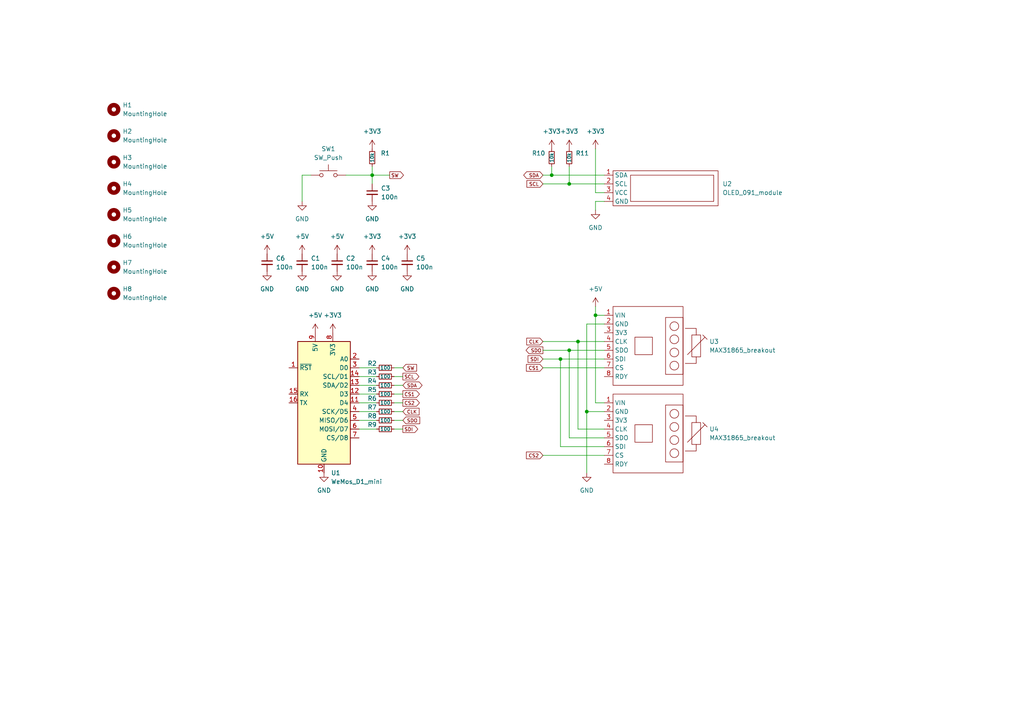
<source format=kicad_sch>
(kicad_sch (version 20211123) (generator eeschema)
  (paper "A4")
  (lib_symbols
    (symbol "Device:C_Small" (pin_numbers hide) (pin_names (offset 0.254) hide)
      (property "Reference" "C" (at 0.254 1.778 0))
      (property "Value" "C_Small" (at 0.254 -2.032 0))
      (symbol "C_Small_0_1"
        (polyline (pts (xy -1.524 -0.508) (xy 1.524 -0.508)) (stroke (width 0.3302)))
        (polyline (pts (xy -1.524 0.508) (xy 1.524 0.508)) (stroke (width 0.3048)))
      )
      (symbol "C_Small_1_1"
        (pin passive line (at 0 2.54 270) (length 2.032) (name "~") (number "1"))
        (pin passive line (at 0 -2.54 90) (length 2.032) (name "~") (number "2"))
      )
    )
    (symbol "Device:R_Small" (pin_numbers hide) (pin_names (offset 0.254) hide)
      (property "Reference" "R" (at 0.762 0.508 0))
      (property "Value" "R_Small" (at 0.762 -1.016 0))
      (symbol "R_Small_0_1"
        (rectangle (start -0.762 1.778) (end 0.762 -1.778) (stroke (width 0.2032)))
      )
      (symbol "R_Small_1_1"
        (pin passive line (at 0 2.54 270) (length 0.762) (name "~") (number "1"))
        (pin passive line (at 0 -2.54 90) (length 0.762) (name "~") (number "2"))
      )
    )
    (symbol "MCU_Module:WeMos_D1_mini"
      (property "Reference" "U" (at 3.81 19.05 0))
      (property "Value" "WeMos_D1_mini" (at 1.27 -19.05 0))
      (symbol "WeMos_D1_mini_1_1"
        (rectangle (start -7.62 17.78) (end 7.62 -17.78) (stroke (width 0.254)) (fill (type background)))
        (pin input line (at -10.16 10.16 0) (length 2.54) (name "~{RST}") (number "1"))
        (pin power_in line (at 0 -20.32 90) (length 2.54) (name "GND") (number "10"))
        (pin bidirectional line (at 10.16 0 180) (length 2.54) (name "D4") (number "11"))
        (pin bidirectional line (at 10.16 2.54 180) (length 2.54) (name "D3") (number "12"))
        (pin bidirectional line (at 10.16 5.08 180) (length 2.54) (name "SDA/D2") (number "13"))
        (pin bidirectional line (at 10.16 7.62 180) (length 2.54) (name "SCL/D1") (number "14"))
        (pin input line (at -10.16 2.54 0) (length 2.54) (name "RX") (number "15"))
        (pin output line (at -10.16 0 0) (length 2.54) (name "TX") (number "16"))
        (pin input line (at 10.16 12.7 180) (length 2.54) (name "A0") (number "2"))
        (pin bidirectional line (at 10.16 10.16 180) (length 2.54) (name "D0") (number "3"))
        (pin bidirectional line (at 10.16 -2.54 180) (length 2.54) (name "SCK/D5") (number "4"))
        (pin bidirectional line (at 10.16 -5.08 180) (length 2.54) (name "MISO/D6") (number "5"))
        (pin bidirectional line (at 10.16 -7.62 180) (length 2.54) (name "MOSI/D7") (number "6"))
        (pin bidirectional line (at 10.16 -10.16 180) (length 2.54) (name "CS/D8") (number "7"))
        (pin power_out line (at 2.54 20.32 270) (length 2.54) (name "3V3") (number "8"))
        (pin power_in line (at -2.54 20.32 270) (length 2.54) (name "5V") (number "9"))
      )
    )
    (symbol "Mechanical:MountingHole" (pin_names (offset 1.016))
      (property "Reference" "H" (at 0 5.08 0))
      (property "Value" "MountingHole" (at 0 3.175 0))
      (symbol "MountingHole_0_1"
        (circle (center 0 0) (radius 1.27) (stroke (width 1.27)))
      )
    )
    (symbol "Switch:SW_Push" (pin_numbers hide) (pin_names (offset 1.016) hide)
      (property "Reference" "SW" (at 1.27 2.54 0))
      (property "Value" "SW_Push" (at 0 -1.524 0))
      (symbol "SW_Push_0_1"
        (circle (center -2.032 0) (radius 0.508))
        (polyline (pts (xy 0 1.27) (xy 0 3.048)))
        (polyline (pts (xy 2.54 1.27) (xy -2.54 1.27)))
        (circle (center 2.032 0) (radius 0.508))
        (pin passive line (at -5.08 0 0) (length 2.54) (name "1") (number "1"))
        (pin passive line (at 5.08 0 180) (length 2.54) (name "2") (number "2"))
      )
    )
    (symbol "myModules:MAX31865_breakout"
      (property "Reference" "U" (at 0 11.43 0))
      (property "Value" "MAX31865_breakout" (at 0 -13.97 0))
      (symbol "MAX31865_breakout_0_1"
        (rectangle (start -10.16 10.16) (end 10.16 -12.7))
        (rectangle (start -3.81 1.27) (end 1.27 -3.81))
        (polyline (pts (xy 11.43 -3.81) (xy 16.51 1.27)))
        (polyline (pts (xy 15.875 1.905) (xy 17.145 0.635)))
        (polyline (pts (xy 10.795 3.81) (xy 13.97 3.81) (xy 13.97 1.905)))
        (polyline (pts (xy 13.97 -4.445) (xy 13.97 -6.35) (xy 10.795 -6.35)))
        (rectangle (start 5.08 6.985) (end 10.16 -9.525))
        (circle (center 7.62 -6.985) (radius 1.27))
        (circle (center 7.62 -3.175) (radius 1.27))
        (circle (center 7.62 0.635) (radius 1.27))
        (circle (center 7.62 4.445) (radius 1.27))
        (rectangle (start 12.7 1.905) (end 15.24 -4.445))
      )
      (symbol "MAX31865_breakout_1_1"
        (pin power_in line (at -12.7 7.62 0) (length 2.54) (name "VIN") (number "1"))
        (pin power_in line (at -12.7 5.08 0) (length 2.54) (name "GND") (number "2"))
        (pin power_out line (at -12.7 2.54 0) (length 2.54) (name "3V3") (number "3"))
        (pin input line (at -12.7 0 0) (length 2.54) (name "CLK") (number "4"))
        (pin output line (at -12.7 -2.54 0) (length 2.54) (name "SDO") (number "5"))
        (pin input line (at -12.7 -5.08 0) (length 2.54) (name "SDI") (number "6"))
        (pin input line (at -12.7 -7.62 0) (length 2.54) (name "CS") (number "7"))
        (pin output line (at -12.7 -10.16 0) (length 2.54) (name "RDY") (number "8"))
      )
    )
    (symbol "myModules:OLED_091_module"
      (property "Reference" "U" (at 15.24 6.35 0))
      (property "Value" "OLED_091_module" (at 15.24 -6.35 0))
      (symbol "OLED_091_module_0_1"
        (rectangle (start 0 5.08) (end 30.48 -5.08))
        (rectangle (start 5.08 3.81) (end 29.21 -3.81))
      )
      (symbol "OLED_091_module_1_1"
        (pin bidirectional line (at -2.54 3.81 0) (length 2.54) (name "SDA") (number "1"))
        (pin output line (at -2.54 1.27 0) (length 2.54) (name "SCL") (number "2"))
        (pin power_in line (at -2.54 -1.27 0) (length 2.54) (name "VCC") (number "3"))
        (pin power_in line (at -2.54 -3.81 0) (length 2.54) (name "GND") (number "4"))
      )
    )
    (symbol "power:+3V3" (power) (pin_names (offset 0))
      (property "Value" "+3V3" (at 0 3.556 0))
      (symbol "+3V3_0_1"
        (polyline (pts (xy -0.762 1.27) (xy 0 2.54)))
        (polyline (pts (xy 0 0) (xy 0 2.54)))
        (polyline (pts (xy 0 2.54) (xy 0.762 1.27)))
      )
      (symbol "+3V3_1_1"
        (pin power_in line (at 0 0 90) (length 0) hide (name "+3V3") (number "1"))
      )
    )
    (symbol "power:+5V" (power) (pin_names (offset 0))
      (property "Value" "+5V" (at 0 3.556 0))
      (symbol "+5V_0_1"
        (polyline (pts (xy -0.762 1.27) (xy 0 2.54)))
        (polyline (pts (xy 0 0) (xy 0 2.54)))
        (polyline (pts (xy 0 2.54) (xy 0.762 1.27)))
      )
      (symbol "+5V_1_1"
        (pin power_in line (at 0 0 90) (length 0) hide (name "+5V") (number "1"))
      )
    )
    (symbol "power:GND" (power) (pin_names (offset 0))
      (property "Value" "GND" (at 0 -3.81 0))
      (symbol "GND_0_1"
        (polyline (pts (xy 0 0) (xy 0 -1.27) (xy 1.27 -1.27) (xy 0 -2.54) (xy -1.27 -1.27) (xy 0 -1.27)))
      )
      (symbol "GND_1_1"
        (pin power_in line (at 0 0 270) (length 0) hide (name "GND") (number "1"))
      )
    )
  )
  (junction (at 170.18 119.38))
  (junction (at 167.64 99.06))
  (junction (at 165.1 53.34))
  (junction (at 172.72 91.44))
  (junction (at 160.02 50.8))
  (junction (at 107.95 50.8))
  (junction (at 165.1 101.6))
  (junction (at 162.56 104.14))
  (wire (pts (xy 114.3 114.3) (xy 116.84 114.3)))
  (wire (pts (xy 165.1 101.6) (xy 175.26 101.6)))
  (wire (pts (xy 175.26 127) (xy 165.1 127)))
  (wire (pts (xy 114.3 109.22) (xy 116.84 109.22)))
  (wire (pts (xy 165.1 48.26) (xy 165.1 53.34)))
  (wire (pts (xy 167.64 99.06) (xy 167.64 124.46)))
  (wire (pts (xy 104.14 109.22) (xy 109.22 109.22)))
  (wire (pts (xy 114.3 121.92) (xy 116.84 121.92)))
  (wire (pts (xy 107.95 50.8) (xy 107.95 53.34)))
  (wire (pts (xy 170.18 93.98) (xy 170.18 119.38)))
  (wire (pts (xy 157.48 106.68) (xy 175.26 106.68)))
  (wire (pts (xy 87.63 50.8) (xy 87.63 58.42)))
  (wire (pts (xy 167.64 124.46) (xy 175.26 124.46)))
  (wire (pts (xy 170.18 119.38) (xy 170.18 137.16)))
  (wire (pts (xy 114.3 106.68) (xy 116.84 106.68)))
  (wire (pts (xy 165.1 53.34) (xy 175.26 53.34)))
  (wire (pts (xy 157.48 132.08) (xy 175.26 132.08)))
  (wire (pts (xy 175.26 104.14) (xy 162.56 104.14)))
  (wire (pts (xy 107.95 48.26) (xy 107.95 50.8)))
  (wire (pts (xy 172.72 116.84) (xy 175.26 116.84)))
  (wire (pts (xy 175.26 93.98) (xy 170.18 93.98)))
  (wire (pts (xy 157.48 50.8) (xy 160.02 50.8)))
  (wire (pts (xy 172.72 43.18) (xy 172.72 55.88)))
  (wire (pts (xy 157.48 99.06) (xy 167.64 99.06)))
  (wire (pts (xy 114.3 116.84) (xy 116.84 116.84)))
  (wire (pts (xy 107.95 50.8) (xy 113.03 50.8)))
  (wire (pts (xy 90.17 50.8) (xy 87.63 50.8)))
  (wire (pts (xy 104.14 121.92) (xy 109.22 121.92)))
  (wire (pts (xy 157.48 53.34) (xy 165.1 53.34)))
  (wire (pts (xy 175.26 99.06) (xy 167.64 99.06)))
  (wire (pts (xy 162.56 129.54) (xy 175.26 129.54)))
  (wire (pts (xy 114.3 119.38) (xy 116.84 119.38)))
  (wire (pts (xy 114.3 124.46) (xy 116.84 124.46)))
  (wire (pts (xy 104.14 124.46) (xy 109.22 124.46)))
  (wire (pts (xy 175.26 55.88) (xy 172.72 55.88)))
  (wire (pts (xy 104.14 116.84) (xy 109.22 116.84)))
  (wire (pts (xy 172.72 88.9) (xy 172.72 91.44)))
  (wire (pts (xy 157.48 101.6) (xy 165.1 101.6)))
  (wire (pts (xy 104.14 119.38) (xy 109.22 119.38)))
  (wire (pts (xy 104.14 111.76) (xy 109.22 111.76)))
  (wire (pts (xy 172.72 91.44) (xy 172.72 116.84)))
  (wire (pts (xy 160.02 50.8) (xy 175.26 50.8)))
  (wire (pts (xy 175.26 91.44) (xy 172.72 91.44)))
  (wire (pts (xy 160.02 48.26) (xy 160.02 50.8)))
  (wire (pts (xy 114.3 111.76) (xy 116.84 111.76)))
  (wire (pts (xy 165.1 127) (xy 165.1 101.6)))
  (wire (pts (xy 104.14 106.68) (xy 109.22 106.68)))
  (wire (pts (xy 107.95 50.8) (xy 100.33 50.8)))
  (wire (pts (xy 175.26 58.42) (xy 172.72 58.42)))
  (wire (pts (xy 170.18 119.38) (xy 175.26 119.38)))
  (wire (pts (xy 104.14 114.3) (xy 109.22 114.3)))
  (wire (pts (xy 162.56 104.14) (xy 162.56 129.54)))
  (wire (pts (xy 172.72 58.42) (xy 172.72 60.96)))
  (wire (pts (xy 157.48 104.14) (xy 162.56 104.14)))
  (global_label "CS1" (shape input) (at 157.48 106.68 180) (effects (font (size 1 1))) (property "Reference mezi listy" "${INTERSHEET_REFS}" (effects hide)))
  (global_label "CS1" (shape output) (at 116.84 114.3 0) (effects (font (size 1 1))) (property "Reference mezi listy" "${INTERSHEET_REFS}" (effects hide)))
  (global_label "CLK" (shape input) (at 157.48 99.06 180) (effects (font (size 1 1))) (property "Reference mezi listy" "${INTERSHEET_REFS}" (effects hide)))
  (global_label "CS2" (shape output) (at 116.84 116.84 0) (effects (font (size 1 1))) (property "Reference mezi listy" "${INTERSHEET_REFS}" (effects hide)))
  (global_label "SDO" (shape output) (at 157.48 101.6 180) (effects (font (size 1 1))) (property "Reference mezi listy" "${INTERSHEET_REFS}" (effects hide)))
  (global_label "SCL" (shape output) (at 116.84 109.22 0) (effects (font (size 1 1))) (property "Reference mezi listy" "${INTERSHEET_REFS}" (effects hide)))
  (global_label "SDI" (shape input) (at 157.48 104.14 180) (effects (font (size 1 1))) (property "Reference mezi listy" "${INTERSHEET_REFS}" (effects hide)))
  (global_label "SW" (shape input) (at 116.84 106.68 0) (effects (font (size 1 1))) (property "Reference mezi listy" "${INTERSHEET_REFS}" (effects hide)))
  (global_label "CLK" (shape input) (at 116.84 119.38 0) (effects (font (size 1 1))) (property "Reference mezi listy" "${INTERSHEET_REFS}" (effects hide)))
  (global_label "SDA" (shape bidirectional) (at 157.48 50.8 180) (effects (font (size 1 1))) (property "Reference mezi listy" "${INTERSHEET_REFS}" (effects hide)))
  (global_label "SDI" (shape output) (at 116.84 124.46 0) (effects (font (size 1 1))) (property "Reference mezi listy" "${INTERSHEET_REFS}" (effects hide)))
  (global_label "SW" (shape output) (at 113.03 50.8 0) (effects (font (size 1 1))) (property "Reference mezi listy" "${INTERSHEET_REFS}" (effects hide)))
  (global_label "SDA" (shape bidirectional) (at 116.84 111.76 0) (effects (font (size 1 1))) (property "Reference mezi listy" "${INTERSHEET_REFS}" (effects hide)))
  (global_label "SCL" (shape input) (at 157.48 53.34 180) (effects (font (size 1 1))) (property "Reference mezi listy" "${INTERSHEET_REFS}" (effects hide)))
  (global_label "CS2" (shape input) (at 157.48 132.08 180) (effects (font (size 1 1))) (property "Reference mezi listy" "${INTERSHEET_REFS}" (effects hide)))
  (global_label "SDO" (shape input) (at 116.84 121.92 0) (effects (font (size 1 1))) (property "Reference mezi listy" "${INTERSHEET_REFS}" (effects hide)))
  (symbol (lib_id "power:GND") (at 97.79 78.74 0) (unit 1)
    (property "Reference" "#PWR0115" (effects hide))
    (property "Value" "GND" (at 97.79 83.82 0))
  )
  (symbol (lib_id "Switch:SW_Push") (at 95.25 50.8 0) (unit 1)
    (property "Reference" "SW1" (at 95.25 43.18 0))
    (property "Value" "SW_Push" (at 95.25 45.72 0))
    (property "Footprint" "Button_Switch_SMD:SW_Push_1P1T_NO_CK_KSC6xxJ" (effects hide))
  )
  (symbol (lib_id "power:+3V3") (at 96.52 96.52 0) (unit 1)
    (property "Reference" "#PWR0109" (effects hide))
    (property "Value" "+3V3" (at 96.52 91.44 0))
  )
  (symbol (lib_id "Device:C_Small") (at 97.79 76.2 0) (unit 1)
    (property "Reference" "C2" (at 100.33 74.9362 0) (effects (justify left)))
    (property "Value" "100n" (at 100.33 77.4762 0) (effects (justify left)))
    (property "Footprint" "Capacitor_SMD:C_0603_1608Metric" (effects hide))
  )
  (symbol (lib_id "power:GND") (at 172.72 60.96 0) (unit 1)
    (property "Reference" "#PWR0102" (effects hide))
    (property "Value" "GND" (at 172.72 66.04 0))
  )
  (symbol (lib_id "power:+3V3") (at 118.11 73.66 0) (unit 1)
    (property "Reference" "#PWR0120" (effects hide))
    (property "Value" "+3V3" (at 118.11 68.58 0))
  )
  (symbol (lib_id "Device:R_Small") (at 111.76 114.3 90) (unit 1)
    (property "Reference" "R5" (at 107.95 113.03 90))
    (property "Value" "100" (at 111.76 114.3 90) (effects (font (size 1 1))))
    (property "Footprint" "Resistor_SMD:R_0603_1608Metric" (effects hide))
  )
  (symbol (lib_id "Device:R_Small") (at 107.95 45.72 0) (unit 1)
    (property "Reference" "R1" (at 111.76 44.45 0))
    (property "Value" "10k" (at 107.95 45.72 90) (effects (font (size 1 1))))
    (property "Footprint" "Resistor_SMD:R_0603_1608Metric" (effects hide))
  )
  (symbol (lib_id "power:+3V3") (at 107.95 73.66 0) (unit 1)
    (property "Reference" "#PWR0119" (effects hide))
    (property "Value" "+3V3" (at 107.95 68.58 0))
  )
  (symbol (lib_id "Device:R_Small") (at 111.76 124.46 90) (unit 1)
    (property "Reference" "R9" (at 107.95 123.19 90))
    (property "Value" "100" (at 111.76 124.46 90) (effects (font (size 1 1))))
    (property "Footprint" "Resistor_SMD:R_0603_1608Metric" (effects hide))
  )
  (symbol (lib_id "Mechanical:MountingHole") (at 33.02 31.75 0) (unit 1)
    (property "Reference" "H1" (at 35.56 30.4799 0) (effects (justify left)))
    (property "Value" "MountingHole" (at 35.56 33.0199 0) (effects (justify left)))
    (property "Footprint" "MountingHole:MountingHole_3.2mm_M3" (effects hide))
  )
  (symbol (lib_id "Device:C_Small") (at 118.11 76.2 0) (unit 1)
    (property "Reference" "C5" (at 120.65 74.9362 0) (effects (justify left)))
    (property "Value" "100n" (at 120.65 77.4762 0) (effects (justify left)))
    (property "Footprint" "Capacitor_SMD:C_0603_1608Metric" (effects hide))
  )
  (symbol (lib_id "power:GND") (at 107.95 58.42 0) (unit 1)
    (property "Reference" "#PWR0113" (effects hide))
    (property "Value" "GND" (at 107.95 63.5 0))
  )
  (symbol (lib_id "power:GND") (at 170.18 137.16 0) (unit 1)
    (property "Reference" "#PWR0106" (effects hide))
    (property "Value" "GND" (at 170.18 142.24 0))
  )
  (symbol (lib_id "power:+3V3") (at 107.95 43.18 0) (unit 1)
    (property "Reference" "#PWR0110" (effects hide))
    (property "Value" "+3V3" (at 107.95 38.1 0))
  )
  (symbol (lib_id "Mechanical:MountingHole") (at 33.02 39.37 0) (unit 1)
    (property "Reference" "H2" (at 35.56 38.0999 0) (effects (justify left)))
    (property "Value" "MountingHole" (at 35.56 40.6399 0) (effects (justify left)))
    (property "Footprint" "MountingHole:MountingHole_3.2mm_M3" (effects hide))
  )
  (symbol (lib_id "Mechanical:MountingHole") (at 33.02 69.85 0) (unit 1)
    (property "Reference" "H6" (at 35.56 68.5799 0) (effects (justify left)))
    (property "Value" "MountingHole" (at 35.56 71.1199 0) (effects (justify left)))
    (property "Footprint" "MountingHole:MountingHole_3.2mm_M3" (effects hide))
  )
  (symbol (lib_id "Device:R_Small") (at 165.1 45.72 0) (unit 1)
    (property "Reference" "R11" (at 168.91 44.45 0))
    (property "Value" "10k" (at 165.1 45.72 90) (effects (font (size 1 1))))
    (property "Footprint" "Resistor_SMD:R_0603_1608Metric" (effects hide))
  )
  (symbol (lib_id "power:+5V") (at 97.79 73.66 0) (unit 1)
    (property "Reference" "#PWR0122" (effects hide))
    (property "Value" "+5V" (at 97.79 68.58 0))
  )
  (symbol (lib_id "Device:C_Small") (at 87.63 76.2 0) (unit 1)
    (property "Reference" "C1" (at 90.17 74.9362 0) (effects (justify left)))
    (property "Value" "100n" (at 90.17 77.4762 0) (effects (justify left)))
    (property "Footprint" "Capacitor_SMD:C_0603_1608Metric" (effects hide))
  )
  (symbol (lib_id "Mechanical:MountingHole") (at 33.02 85.09 0) (unit 1)
    (property "Reference" "H8" (at 35.56 83.8199 0) (effects (justify left)))
    (property "Value" "MountingHole" (at 35.56 86.3599 0) (effects (justify left)))
    (property "Footprint" "MountingHole:MountingHole_3.2mm_M3" (effects hide))
  )
  (symbol (lib_id "power:GND") (at 77.47 78.74 0) (unit 1)
    (property "Reference" "#PWR0114" (effects hide))
    (property "Value" "GND" (at 77.47 83.82 0))
  )
  (symbol (lib_id "Device:R_Small") (at 111.76 119.38 90) (unit 1)
    (property "Reference" "R7" (at 107.95 118.11 90))
    (property "Value" "100" (at 111.76 119.38 90) (effects (font (size 1 1))))
    (property "Footprint" "Resistor_SMD:R_0603_1608Metric" (effects hide))
  )
  (symbol (lib_id "power:+3V3") (at 165.1 43.18 0) (unit 1)
    (property "Reference" "#PWR0103" (effects hide))
    (property "Value" "+3V3" (at 165.1 38.1 0))
  )
  (symbol (lib_id "Mechanical:MountingHole") (at 33.02 46.99 0) (unit 1)
    (property "Reference" "H3" (at 35.56 45.7199 0) (effects (justify left)))
    (property "Value" "MountingHole" (at 35.56 48.2599 0) (effects (justify left)))
    (property "Footprint" "MountingHole:MountingHole_3.2mm_M3" (effects hide))
  )
  (symbol (lib_id "myModules:OLED_091_module") (at 177.8 54.61 0) (unit 1)
    (property "Reference" "U2" (at 209.55 53.3399 0) (effects (justify left)))
    (property "Value" "OLED_091_module" (at 209.55 55.8799 0) (effects (justify left)))
    (property "Footprint" "myModules:OLED_091_module" (effects hide))
  )
  (symbol (lib_id "Device:R_Small") (at 111.76 106.68 90) (unit 1)
    (property "Reference" "R2" (at 107.95 105.41 90))
    (property "Value" "100" (at 111.76 106.68 90) (effects (font (size 1 1))))
    (property "Footprint" "Resistor_SMD:R_0603_1608Metric" (effects hide))
  )
  (symbol (lib_id "Mechanical:MountingHole") (at 33.02 62.23 0) (unit 1)
    (property "Reference" "H5" (at 35.56 60.9599 0) (effects (justify left)))
    (property "Value" "MountingHole" (at 35.56 63.4999 0) (effects (justify left)))
    (property "Footprint" "MountingHole:MountingHole_3.2mm_M3" (effects hide))
  )
  (symbol (lib_id "Device:R_Small") (at 111.76 109.22 90) (unit 1)
    (property "Reference" "R3" (at 107.95 107.95 90))
    (property "Value" "100" (at 111.76 109.22 90) (effects (font (size 1 1))))
    (property "Footprint" "Resistor_SMD:R_0603_1608Metric" (effects hide))
  )
  (symbol (lib_id "power:+5V") (at 77.47 73.66 0) (unit 1)
    (property "Reference" "#PWR0111" (effects hide))
    (property "Value" "+5V" (at 77.47 68.58 0))
  )
  (symbol (lib_id "power:+5V") (at 172.72 88.9 0) (unit 1)
    (property "Reference" "#PWR0101" (effects hide))
    (property "Value" "+5V" (at 172.72 83.82 0))
  )
  (symbol (lib_id "power:GND") (at 107.95 78.74 0) (unit 1)
    (property "Reference" "#PWR0118" (effects hide))
    (property "Value" "GND" (at 107.95 83.82 0))
  )
  (symbol (lib_id "Mechanical:MountingHole") (at 33.02 54.61 0) (unit 1)
    (property "Reference" "H4" (at 35.56 53.3399 0) (effects (justify left)))
    (property "Value" "MountingHole" (at 35.56 55.8799 0) (effects (justify left)))
    (property "Footprint" "MountingHole:MountingHole_3.2mm_M3" (effects hide))
  )
  (symbol (lib_id "Mechanical:MountingHole") (at 33.02 77.47 0) (unit 1)
    (property "Reference" "H7" (at 35.56 76.1999 0) (effects (justify left)))
    (property "Value" "MountingHole" (at 35.56 78.7399 0) (effects (justify left)))
    (property "Footprint" "MountingHole:MountingHole_3.2mm_M3" (effects hide))
  )
  (symbol (lib_id "myModules:MAX31865_breakout") (at 187.96 99.06 0) (unit 1)
    (property "Reference" "U3" (at 205.74 99.0599 0) (effects (justify left)))
    (property "Value" "MAX31865_breakout" (at 205.74 101.5999 0) (effects (justify left)))
    (property "Footprint" "myModules:MAX31865_module" (effects hide))
  )
  (symbol (lib_id "power:+5V") (at 87.63 73.66 0) (unit 1)
    (property "Reference" "#PWR0121" (effects hide))
    (property "Value" "+5V" (at 87.63 68.58 0))
  )
  (symbol (lib_id "power:+5V") (at 91.44 96.52 0) (unit 1)
    (property "Reference" "#PWR0108" (effects hide))
    (property "Value" "+5V" (at 91.44 91.44 0))
  )
  (symbol (lib_id "Device:R_Small") (at 111.76 116.84 90) (unit 1)
    (property "Reference" "R6" (at 107.95 115.57 90))
    (property "Value" "100" (at 111.76 116.84 90) (effects (font (size 1 1))))
    (property "Footprint" "Resistor_SMD:R_0603_1608Metric" (effects hide))
  )
  (symbol (lib_id "power:+3V3") (at 172.72 43.18 0) (unit 1)
    (property "Reference" "#PWR0104" (effects hide))
    (property "Value" "+3V3" (at 172.72 38.1 0))
  )
  (symbol (lib_id "power:GND") (at 118.11 78.74 0) (unit 1)
    (property "Reference" "#PWR0117" (effects hide))
    (property "Value" "GND" (at 118.11 83.82 0))
  )
  (symbol (lib_id "MCU_Module:WeMos_D1_mini") (at 93.98 116.84 0) (unit 1)
    (property "Reference" "U1" (at 95.9994 137.16 0) (effects (justify left)))
    (property "Value" "WeMos_D1_mini" (at 95.9994 139.7 0) (effects (justify left)))
    (property "Footprint" "Module:WEMOS_D1_mini_light" (effects hide))
    (property "Datasheet" "https://wiki.wemos.cc/products:d1:d1_mini#documentation" (effects hide))
  )
  (symbol (lib_id "power:GND") (at 87.63 78.74 0) (unit 1)
    (property "Reference" "#PWR0116" (effects hide))
    (property "Value" "GND" (at 87.63 83.82 0))
  )
  (symbol (lib_id "power:+3V3") (at 160.02 43.18 0) (unit 1)
    (property "Reference" "#PWR0105" (effects hide))
    (property "Value" "+3V3" (at 160.02 38.1 0))
  )
  (symbol (lib_id "Device:R_Small") (at 111.76 121.92 90) (unit 1)
    (property "Reference" "R8" (at 107.95 120.65 90))
    (property "Value" "100" (at 111.76 121.92 90) (effects (font (size 1 1))))
    (property "Footprint" "Resistor_SMD:R_0603_1608Metric" (effects hide))
  )
  (symbol (lib_id "Device:R_Small") (at 160.02 45.72 0) (unit 1)
    (property "Reference" "R10" (at 156.21 44.45 0))
    (property "Value" "10k" (at 160.02 45.72 90) (effects (font (size 1 1))))
    (property "Footprint" "Resistor_SMD:R_0603_1608Metric" (effects hide))
  )
  (symbol (lib_id "Device:C_Small") (at 107.95 55.88 0) (unit 1)
    (property "Reference" "C3" (at 110.49 54.6162 0) (effects (justify left)))
    (property "Value" "100n" (at 110.49 57.1562 0) (effects (justify left)))
    (property "Footprint" "Capacitor_SMD:C_0603_1608Metric" (effects hide))
  )
  (symbol (lib_id "myModules:MAX31865_breakout") (at 187.96 124.46 0) (unit 1)
    (property "Reference" "U4" (at 205.74 124.4599 0) (effects (justify left)))
    (property "Value" "MAX31865_breakout" (at 205.74 126.9999 0) (effects (justify left)))
    (property "Footprint" "myModules:MAX31865_module" (effects hide))
  )
  (symbol (lib_id "power:GND") (at 87.63 58.42 0) (unit 1)
    (property "Reference" "#PWR0112" (effects hide))
    (property "Value" "GND" (at 87.63 63.5 0))
  )
  (symbol (lib_id "Device:C_Small") (at 107.95 76.2 0) (unit 1)
    (property "Reference" "C4" (at 110.49 74.9362 0) (effects (justify left)))
    (property "Value" "100n" (at 110.49 77.4762 0) (effects (justify left)))
    (property "Footprint" "Capacitor_SMD:C_0603_1608Metric" (effects hide))
  )
  (symbol (lib_id "Device:C_Small") (at 77.47 76.2 0) (unit 1)
    (property "Reference" "C6" (at 80.01 74.9362 0) (effects (justify left)))
    (property "Value" "100n" (at 80.01 77.4762 0) (effects (justify left)))
    (property "Footprint" "Capacitor_SMD:C_0603_1608Metric" (effects hide))
  )
  (symbol (lib_id "power:GND") (at 93.98 137.16 0) (unit 1)
    (property "Reference" "#PWR0107" (effects hide))
    (property "Value" "GND" (at 93.98 142.24 0))
  )
  (symbol (lib_id "Device:R_Small") (at 111.76 111.76 90) (unit 1)
    (property "Reference" "R4" (at 107.95 110.49 90))
    (property "Value" "100" (at 111.76 111.76 90) (effects (font (size 1 1))))
    (property "Footprint" "Resistor_SMD:R_0603_1608Metric" (effects hide))
  )
)
</source>
